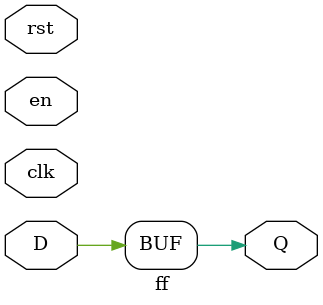
<source format=v>
module ff( clk,en ,rst,D,Q);
parameter width=1;
parameter DREG=0;
parameter RSTTYPE="SYNC";
input clk,rst,en;
input [width-1:0]D;
output [width-1:0]Q;
reg [width-1:0] tmp;
generate
    if(RSTTYPE=="SYNC")
    begin
 always@(posedge clk)
begin
         
   if(rst)

    tmp<=0;
    else if(en)
    tmp<=D;
   end 
end
     
else
begin
always@(posedge clk,posedge rst)
begin
   if(rst)

    tmp<=0;
    else if(en)
    tmp<=D; 

   end 
end
   endgenerate
   assign Q = (DREG)? tmp:D;

endmodule

</source>
